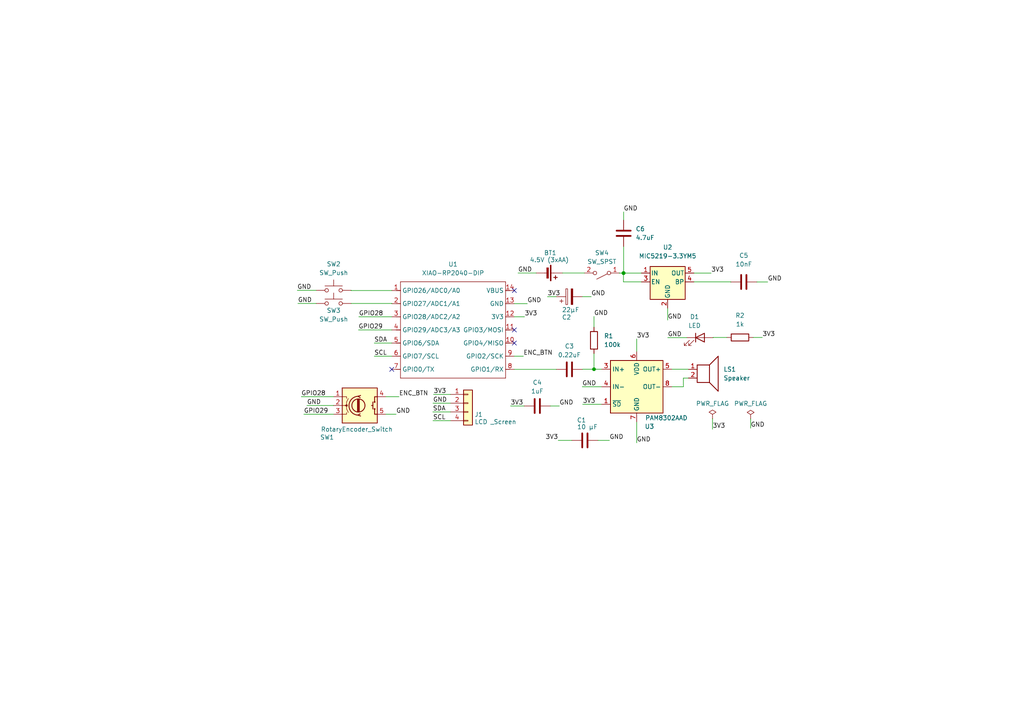
<source format=kicad_sch>
(kicad_sch (version 20250114) (generator "eeschema") (generator_version "9.0")
  (paper "A4")
  (lib_symbols
    (symbol "Amplifier_Audio:PAM8302AAD"
      (property "Reference" "U" (at 7.62 11.43 0))
      (property "Value" "PAM8302AAD" (at 7.62 8.89 0))
      (symbol "PAM8302AAD_0_1"
        (rectangle (start -7.62 7.62) (end 7.62 -7.62) (stroke (width 0.254)) (fill (type background)))
      )
      (symbol "PAM8302AAD_1_1"
        (pin input line (at -10.16 5.08 0) (length 2.54) (name "IN+") (number "3"))
        (pin input line (at -10.16 0 0) (length 2.54) (name "IN-") (number "4"))
        (pin input line (at -10.16 -5.08 0) (length 2.54) (name "~{SD}") (number "1"))
        (pin power_in line (at 0 10.16 270) (length 2.54) (name "VDD") (number "6"))
        (pin power_in line (at 0 -10.16 90) (length 2.54) (name "GND") (number "7"))
        (pin no_connect line (at 7.62 -5.08 180) (length 2.54) (hide yes) (name "NC") (number "2"))
        (pin output line (at 10.16 5.08 180) (length 2.54) (name "OUT+") (number "5"))
        (pin output line (at 10.16 0 180) (length 2.54) (name "OUT-") (number "8"))
      )
    )
    (symbol "Connector_Generic:Conn_01x04" (pin_names (offset 1.016) (hide yes))
      (property "Reference" "J" (at 0 5.08 0))
      (property "Value" "Conn_01x04" (at 0 -7.62 0))
      (symbol "Conn_01x04_1_1"
        (rectangle (start -1.27 3.81) (end 1.27 -6.35) (stroke (width 0.254)) (fill (type background)))
        (rectangle (start -1.27 2.667) (end 0 2.413) (stroke (width 0.1524)))
        (rectangle (start -1.27 0.127) (end 0 -0.127) (stroke (width 0.1524)))
        (rectangle (start -1.27 -2.413) (end 0 -2.667) (stroke (width 0.1524)))
        (rectangle (start -1.27 -4.953) (end 0 -5.207) (stroke (width 0.1524)))
        (pin passive line (at -5.08 2.54 0) (length 3.81) (name "Pin_1") (number "1"))
        (pin passive line (at -5.08 0 0) (length 3.81) (name "Pin_2") (number "2"))
        (pin passive line (at -5.08 -2.54 0) (length 3.81) (name "Pin_3") (number "3"))
        (pin passive line (at -5.08 -5.08 0) (length 3.81) (name "Pin_4") (number "4"))
      )
    )
    (symbol "Device:Battery_Cell" (pin_numbers (hide yes)) (pin_names (offset 0) (hide yes))
      (property "Reference" "BT" (at 2.54 2.54 0))
      (property "Value" "Battery_Cell" (at 2.54 0 0))
      (symbol "Battery_Cell_0_1"
        (rectangle (start -2.286 1.778) (end 2.286 1.524) (fill (type outline)))
        (rectangle (start -1.524 1.016) (end 1.524 0.508) (fill (type outline)))
        (polyline (pts (xy 0 1.778) (xy 0 2.54)))
        (polyline (pts (xy 0 0.762) (xy 0 0)))
        (polyline (pts (xy 0.762 3.048) (xy 1.778 3.048)) (stroke (width 0.254)))
        (polyline (pts (xy 1.27 3.556) (xy 1.27 2.54)) (stroke (width 0.254)))
      )
      (symbol "Battery_Cell_1_1"
        (pin passive line (at 0 5.08 270) (length 2.54) (name "+") (number "1"))
        (pin passive line (at 0 -2.54 90) (length 2.54) (name "-") (number "2"))
      )
    )
    (symbol "Device:C" (pin_numbers (hide yes)) (pin_names (offset 0.254))
      (property "Reference" "C" (at 0.635 2.54 0))
      (property "Value" "C" (at 0.635 -2.54 0))
      (symbol "C_0_1"
        (polyline (pts (xy -2.032 0.762) (xy 2.032 0.762)) (stroke (width 0.508)))
        (polyline (pts (xy -2.032 -0.762) (xy 2.032 -0.762)) (stroke (width 0.508)))
      )
      (symbol "C_1_1"
        (pin passive line (at 0 3.81 270) (length 2.794) (name "~") (number "1"))
        (pin passive line (at 0 -3.81 90) (length 2.794) (name "~") (number "2"))
      )
    )
    (symbol "Device:C_Polarized" (pin_numbers (hide yes)) (pin_names (offset 0.254))
      (property "Reference" "C" (at 0.635 2.54 0))
      (property "Value" "C_Polarized" (at 0.635 -2.54 0))
      (symbol "C_Polarized_0_1"
        (rectangle (start -2.286 0.508) (end 2.286 1.016))
        (polyline (pts (xy -1.778 2.286) (xy -0.762 2.286)))
        (polyline (pts (xy -1.27 2.794) (xy -1.27 1.778)))
        (rectangle (start 2.286 -0.508) (end -2.286 -1.016) (fill (type outline)))
      )
      (symbol "C_Polarized_1_1"
        (pin passive line (at 0 3.81 270) (length 2.794) (name "~") (number "1"))
        (pin passive line (at 0 -3.81 90) (length 2.794) (name "~") (number "2"))
      )
    )
    (symbol "Device:LED" (pin_numbers (hide yes)) (pin_names (offset 1.016) (hide yes))
      (property "Reference" "D" (at 0 2.54 0))
      (property "Value" "LED" (at 0 -2.54 0))
      (symbol "LED_0_1"
        (polyline (pts (xy -3.048 -0.762) (xy -4.572 -2.286) (xy -3.81 -2.286) (xy -4.572 -2.286) (xy -4.572 -1.524)))
        (polyline (pts (xy -1.778 -0.762) (xy -3.302 -2.286) (xy -2.54 -2.286) (xy -3.302 -2.286) (xy -3.302 -1.524)))
        (polyline (pts (xy -1.27 0) (xy 1.27 0)))
        (polyline (pts (xy -1.27 -1.27) (xy -1.27 1.27)) (stroke (width 0.254)))
        (polyline (pts (xy 1.27 -1.27) (xy 1.27 1.27) (xy -1.27 0) (xy 1.27 -1.27)) (stroke (width 0.254)))
      )
      (symbol "LED_1_1"
        (pin passive line (at -3.81 0 0) (length 2.54) (name "K") (number "1"))
        (pin passive line (at 3.81 0 180) (length 2.54) (name "A") (number "2"))
      )
    )
    (symbol "Device:R" (pin_numbers (hide yes)) (pin_names (offset 0))
      (property "Reference" "R" (at 2.032 0 90))
      (property "Value" "R" (at 0 0 90))
      (symbol "R_0_1"
        (rectangle (start -1.016 -2.54) (end 1.016 2.54) (stroke (width 0.254)))
      )
      (symbol "R_1_1"
        (pin passive line (at 0 3.81 270) (length 1.27) (name "~") (number "1"))
        (pin passive line (at 0 -3.81 90) (length 1.27) (name "~") (number "2"))
      )
    )
    (symbol "Device:RotaryEncoder_Switch" (pin_names (offset 0.254) (hide yes))
      (property "Reference" "SW1" (at -9.4666 -9.2248 0))
      (property "Value" "RotaryEncoder_Switch" (at -0.8424 -6.9149 0))
      (symbol "RotaryEncoder_Switch_0_1"
        (rectangle (start -5.08 5.08) (end 5.08 -5.08) (stroke (width 0.254)) (fill (type background)))
        (polyline (pts (xy -5.08 2.54) (xy -3.81 2.54) (xy -3.81 2.032)))
        (polyline (pts (xy -5.08 0) (xy -3.81 0) (xy -3.81 -1.016) (xy -3.302 -2.032)))
        (polyline (pts (xy -5.08 -2.54) (xy -3.81 -2.54) (xy -3.81 -2.032)))
        (polyline (pts (xy -4.318 0) (xy -3.81 0) (xy -3.81 1.016) (xy -3.302 2.032)))
        (circle (center -3.81 0) (radius 0.254) (fill (type outline)))
        (polyline (pts (xy -0.635 -1.778) (xy -0.635 1.778)) (stroke (width 0.254)))
        (circle (center -0.381 0) (radius 1.905) (stroke (width 0.254)))
        (polyline (pts (xy -0.381 -1.778) (xy -0.381 1.778)) (stroke (width 0.254)))
        (arc (start -0.381 -2.794) (mid -3.0988 -0.0635) (end -0.381 2.667) (stroke (width 0.254)))
        (polyline (pts (xy -0.127 1.778) (xy -0.127 -1.778)) (stroke (width 0.254)))
        (polyline (pts (xy 0.254 2.921) (xy -0.508 2.667) (xy 0.127 2.286)) (stroke (width 0.254)))
        (polyline (pts (xy 0.254 -3.048) (xy -0.508 -2.794) (xy 0.127 -2.413)) (stroke (width 0.254)))
        (polyline (pts (xy 3.81 1.016) (xy 3.81 -1.016)) (stroke (width 0.254)))
        (polyline (pts (xy 3.81 0) (xy 3.429 0)) (stroke (width 0.254)))
        (circle (center 4.318 1.016) (radius 0.127) (stroke (width 0.254)))
        (circle (center 4.318 -1.016) (radius 0.127) (stroke (width 0.254)))
        (polyline (pts (xy 5.08 2.54) (xy 4.318 2.54) (xy 4.318 1.016)) (stroke (width 0.254)))
        (polyline (pts (xy 5.08 -2.54) (xy 4.318 -2.54) (xy 4.318 -1.016)) (stroke (width 0.254)))
      )
      (symbol "RotaryEncoder_Switch_1_1"
        (pin passive line (at -7.62 2.54 0) (length 2.54) (name "A") (number "1"))
        (pin passive line (at -7.62 0 0) (length 2.54) (name "C") (number "2"))
        (pin passive line (at -7.62 -2.54 0) (length 2.54) (name "B") (number "3"))
        (pin passive line (at 7.62 2.54 180) (length 2.54) (name "S1") (number "4"))
        (pin passive line (at 7.62 -2.54 180) (length 2.54) (name "S2") (number "5"))
      )
    )
    (symbol "Device:Speaker" (pin_names (offset 0) (hide yes))
      (property "Reference" "LS" (at 1.27 5.715 0))
      (property "Value" "Speaker" (at 1.27 3.81 0))
      (symbol "Speaker_0_0"
        (rectangle (start -2.54 1.27) (end 1.016 -3.81) (stroke (width 0.254)))
        (polyline (pts (xy 1.016 1.27) (xy 3.556 3.81) (xy 3.556 -6.35) (xy 1.016 -3.81)) (stroke (width 0.254)))
      )
      (symbol "Speaker_1_1"
        (pin input line (at -5.08 0 0) (length 2.54) (name "1") (number "1"))
        (pin input line (at -5.08 -2.54 0) (length 2.54) (name "2") (number "2"))
      )
    )
    (symbol "Regulator_Linear:MIC5219-3.3YM5" (pin_names (offset 0.254))
      (property "Reference" "U" (at -3.81 5.715 0))
      (property "Value" "MIC5219-3.3YM5" (at 0 5.715 0))
      (symbol "MIC5219-3.3YM5_0_1"
        (rectangle (start -5.08 4.445) (end 5.08 -5.08) (stroke (width 0.254)) (fill (type background)))
      )
      (symbol "MIC5219-3.3YM5_1_1"
        (pin power_in line (at -7.62 2.54 0) (length 2.54) (name "IN") (number "1"))
        (pin input line (at -7.62 0 0) (length 2.54) (name "EN") (number "3"))
        (pin power_in line (at 0 -7.62 90) (length 2.54) (name "GND") (number "2"))
        (pin power_out line (at 7.62 2.54 180) (length 2.54) (name "OUT") (number "5"))
        (pin input line (at 7.62 0 180) (length 2.54) (name "BP") (number "4"))
      )
    )
    (symbol "Seeed_Studio_XIAO_Series:XIAO-RP2040-DIP"
      (property "Reference" "U" (at 0 0 0))
      (property "Value" "XIAO-RP2040-DIP" (at 5.334 -1.778 0))
      (symbol "XIAO-RP2040-DIP_1_0"
        (polyline (pts (xy -1.27 -2.54) (xy 29.21 -2.54)) (stroke (width 0.1524)))
        (polyline (pts (xy -1.27 -5.08) (xy -2.54 -5.08)) (stroke (width 0.1524)))
        (polyline (pts (xy -1.27 -5.08) (xy -1.27 -2.54)) (stroke (width 0.1524)))
        (polyline (pts (xy -1.27 -8.89) (xy -2.54 -8.89)) (stroke (width 0.1524)))
        (polyline (pts (xy -1.27 -8.89) (xy -1.27 -5.08)) (stroke (width 0.1524)))
        (polyline (pts (xy -1.27 -12.7) (xy -2.54 -12.7)) (stroke (width 0.1524)))
        (polyline (pts (xy -1.27 -12.7) (xy -1.27 -8.89)) (stroke (width 0.1524)))
        (polyline (pts (xy -1.27 -16.51) (xy -2.54 -16.51)) (stroke (width 0.1524)))
        (polyline (pts (xy -1.27 -16.51) (xy -1.27 -12.7)) (stroke (width 0.1524)))
        (polyline (pts (xy -1.27 -20.32) (xy -2.54 -20.32)) (stroke (width 0.1524)))
        (polyline (pts (xy -1.27 -24.13) (xy -2.54 -24.13)) (stroke (width 0.1524)))
        (polyline (pts (xy -1.27 -27.94) (xy -2.54 -27.94)) (stroke (width 0.1524)))
        (polyline (pts (xy -1.27 -30.48) (xy -1.27 -16.51)) (stroke (width 0.1524)))
        (polyline (pts (xy 29.21 -2.54) (xy 29.21 -5.08)) (stroke (width 0.1524)))
        (polyline (pts (xy 29.21 -5.08) (xy 29.21 -8.89)) (stroke (width 0.1524)))
        (polyline (pts (xy 29.21 -8.89) (xy 29.21 -12.7)) (stroke (width 0.1524)))
        (polyline (pts (xy 29.21 -12.7) (xy 29.21 -30.48)) (stroke (width 0.1524)))
        (polyline (pts (xy 29.21 -30.48) (xy -1.27 -30.48)) (stroke (width 0.1524)))
        (polyline (pts (xy 30.48 -5.08) (xy 29.21 -5.08)) (stroke (width 0.1524)))
        (polyline (pts (xy 30.48 -8.89) (xy 29.21 -8.89)) (stroke (width 0.1524)))
        (polyline (pts (xy 30.48 -12.7) (xy 29.21 -12.7)) (stroke (width 0.1524)))
        (polyline (pts (xy 30.48 -16.51) (xy 29.21 -16.51)) (stroke (width 0.1524)))
        (polyline (pts (xy 30.48 -20.32) (xy 29.21 -20.32)) (stroke (width 0.1524)))
        (polyline (pts (xy 30.48 -24.13) (xy 29.21 -24.13)) (stroke (width 0.1524)))
        (polyline (pts (xy 30.48 -27.94) (xy 29.21 -27.94)) (stroke (width 0.1524)))
        (pin passive line (at -3.81 -5.08 0) (length 2.54) (name "GPIO26/ADC0/A0") (number "1"))
        (pin passive line (at -3.81 -8.89 0) (length 2.54) (name "GPIO27/ADC1/A1") (number "2"))
        (pin passive line (at -3.81 -12.7 0) (length 2.54) (name "GPIO28/ADC2/A2") (number "3"))
        (pin passive line (at -3.81 -16.51 0) (length 2.54) (name "GPIO29/ADC3/A3") (number "4"))
        (pin passive line (at -3.81 -20.32 0) (length 2.54) (name "GPIO6/SDA") (number "5"))
        (pin passive line (at -3.81 -24.13 0) (length 2.54) (name "GPIO7/SCL") (number "6"))
        (pin passive line (at -3.81 -27.94 0) (length 2.54) (name "GPIO0/TX") (number "7"))
        (pin passive line (at 31.75 -5.08 180) (length 2.54) (name "VBUS") (number "14"))
        (pin passive line (at 31.75 -8.89 180) (length 2.54) (name "GND") (number "13"))
        (pin passive line (at 31.75 -12.7 180) (length 2.54) (name "3V3") (number "12"))
        (pin passive line (at 31.75 -16.51 180) (length 2.54) (name "GPIO3/MOSI") (number "11"))
        (pin passive line (at 31.75 -20.32 180) (length 2.54) (name "GPIO4/MISO") (number "10"))
        (pin passive line (at 31.75 -24.13 180) (length 2.54) (name "GPIO2/SCK") (number "9"))
        (pin passive line (at 31.75 -27.94 180) (length 2.54) (name "GPIO1/RX") (number "8"))
      )
    )
    (symbol "Switch:SW_Push" (pin_numbers (hide yes)) (pin_names (offset 1.016) (hide yes))
      (property "Reference" "SW" (at 1.27 2.54 0))
      (property "Value" "SW_Push" (at 0 -1.524 0))
      (symbol "SW_Push_0_1"
        (circle (center -2.032 0) (radius 0.508))
        (polyline (pts (xy 0 1.27) (xy 0 3.048)))
        (circle (center 2.032 0) (radius 0.508))
        (polyline (pts (xy 2.54 1.27) (xy -2.54 1.27)))
        (pin passive line (at -5.08 0 0) (length 2.54) (name "1") (number "1"))
        (pin passive line (at 5.08 0 180) (length 2.54) (name "2") (number "2"))
      )
    )
    (symbol "Switch:SW_SPST" (pin_names (offset 0) (hide yes))
      (property "Reference" "SW" (at 0 3.175 0))
      (property "Value" "SW_SPST" (at 0 -2.54 0))
      (symbol "SW_SPST_0_0"
        (circle (center -2.032 0) (radius 0.508))
        (polyline (pts (xy -1.524 0.254) (xy 1.524 1.778)))
        (circle (center 2.032 0) (radius 0.508))
      )
      (symbol "SW_SPST_1_1"
        (pin passive line (at -5.08 0 0) (length 2.54) (name "A") (number "1"))
        (pin passive line (at 5.08 0 180) (length 2.54) (name "B") (number "2"))
      )
    )
    (symbol "power:PWR_FLAG" (power) (pin_numbers (hide yes)) (pin_names (offset 0) (hide yes))
      (property "Value" "PWR_FLAG" (at 0 3.81 0))
      (symbol "PWR_FLAG_0_0"
        (pin power_out line (at 0 0 90) (length 0) (name "~") (number "1"))
      )
      (symbol "PWR_FLAG_0_1"
        (polyline (pts (xy 0 0) (xy 0 1.27) (xy -1.016 1.905) (xy 0 2.54) (xy 1.016 1.905) (xy 0 1.27)))
      )
    )
  )
  (junction (at 172.2809 107.0966))
  (junction (at 180.8797 79.2115))
  (junction (at 180.8326 79.2115))
  (no_connect (at 149.1796 99.5062))
  (no_connect (at 149.1796 84.2662))
  (no_connect (at 113.6196 107.1262))
  (no_connect (at 149.1796 95.6962))
  (wire (pts (xy 198.2101 112.1766) (xy 198.2101 109.6643)))
  (wire (pts (xy 184.6745 98.3072) (xy 184.6745 102.0166)))
  (wire (pts (xy 172.2809 102.5235) (xy 172.2809 107.0966)))
  (wire (pts (xy 161.3345 107.1262) (xy 161.3345 107.1277)))
  (wire (pts (xy 199.6742 107.0966) (xy 199.6742 107.1243)))
  (wire (pts (xy 194.8345 112.1766) (xy 198.2101 112.1766)))
  (wire (pts (xy 180.8797 79.2115) (xy 186.0267 79.2115)))
  (wire (pts (xy 193.6467 89.3715) (xy 193.6467 92.8357)))
  (wire (pts (xy 206.8449 97.8811) (xy 206.8449 97.9271)))
  (wire (pts (xy 193.6676 97.9271) (xy 199.2249 97.9271)))
  (wire (pts (xy 104.0752 91.8862) (xy 113.6196 91.8862)))
  (wire (pts (xy 180.8326 81.7515) (xy 180.8326 79.2115)))
  (wire (pts (xy 108.5396 103.3162) (xy 113.6196 103.3162)))
  (wire (pts (xy 111.9556 115.0687) (xy 115.7317 115.0687)))
  (wire (pts (xy 168.8697 112.1766) (xy 174.5145 112.1766)))
  (wire (pts (xy 86.2195 84.2057) (xy 91.7004 84.2057)))
  (wire (pts (xy 180.8326 79.2115) (xy 180.8797 79.2115)))
  (wire (pts (xy 159.6421 117.7559) (xy 162.2442 117.7559)))
  (wire (pts (xy 219.5407 81.7844) (xy 222.6698 81.7844)))
  (wire (pts (xy 194.8345 107.0966) (xy 199.6742 107.0966)))
  (wire (pts (xy 113.6196 88.0157) (xy 113.6196 88.0762)))
  (wire (pts (xy 113.6196 84.2662) (xy 101.8604 84.2662)))
  (wire (pts (xy 149.1796 107.1262) (xy 161.3345 107.1262)))
  (wire (pts (xy 206.6585 121.4512) (xy 206.6585 124.4945)))
  (wire (pts (xy 168.9545 107.0966) (xy 168.9545 107.1277)))
  (wire (pts (xy 149.1796 91.8862) (xy 152.1406 91.8862)))
  (wire (pts (xy 172.2809 107.0966) (xy 174.5145 107.0966)))
  (wire (pts (xy 186.0267 81.7515) (xy 180.8326 81.7515)))
  (wire (pts (xy 86.4017 88.0157) (xy 91.7004 88.0157)))
  (wire (pts (xy 87.3815 115.0687) (xy 96.7156 115.0687)))
  (wire (pts (xy 172.2809 91.7821) (xy 172.2809 94.9035)))
  (wire (pts (xy 210.8191 97.8811) (xy 206.8449 97.8811)))
  (wire (pts (xy 201.2667 79.2115) (xy 206.2576 79.2115)))
  (wire (pts (xy 149.1796 103.3162) (xy 151.8069 103.3162)))
  (wire (pts (xy 108.5396 99.5062) (xy 113.6196 99.5062)))
  (wire (pts (xy 103.9656 95.6962) (xy 113.6196 95.6962)))
  (wire (pts (xy 125.7326 114.3983) (xy 130.6608 114.3983)))
  (wire (pts (xy 201.2667 81.7515) (xy 211.9207 81.7515)))
  (wire (pts (xy 125.5823 116.9383) (xy 130.6608 116.9383)))
  (wire (pts (xy 180.8797 61.4619) (xy 180.8797 63.8557)))
  (wire (pts (xy 184.6745 122.3366) (xy 184.6745 128.4477)))
  (wire (pts (xy 150.2499 79.1862) (xy 155.5296 79.1862)))
  (wire (pts (xy 125.5322 119.4783) (xy 130.6608 119.4783)))
  (wire (pts (xy 88.1266 120.1487) (xy 96.7156 120.1487)))
  (wire (pts (xy 149.1796 88.0762) (xy 152.9456 88.0762)))
  (wire (pts (xy 89.0256 117.6087) (xy 96.7156 117.6087)))
  (wire (pts (xy 101.8604 84.2662) (xy 101.8604 84.2057)))
  (wire (pts (xy 218.4391 97.8811) (xy 221.1065 97.8811)))
  (wire (pts (xy 163.1496 79.1862) (xy 169.4996 79.1862)))
  (wire (pts (xy 168.9993 117.2566) (xy 174.5145 117.2566)))
  (wire (pts (xy 211.9207 81.7515) (xy 211.9207 81.7844)))
  (wire (pts (xy 158.7843 86.0517) (xy 161.3243 86.0517)))
  (wire (pts (xy 180.8797 71.4757) (xy 180.8797 79.2115)))
  (wire (pts (xy 148.0707 117.7559) (xy 152.0221 117.7559)))
  (wire (pts (xy 180.8326 79.2115) (xy 179.6596 79.2115)))
  (wire (pts (xy 101.8604 88.0157) (xy 113.6196 88.0157)))
  (wire (pts (xy 217.7137 121.5133) (xy 217.7137 124.1839)))
  (wire (pts (xy 111.9556 120.1487) (xy 114.892 120.1487)))
  (wire (pts (xy 173.4469 127.7332) (xy 176.7699 127.7332)))
  (wire (pts (xy 171.4843 86.0517) (xy 168.9443 86.0517)))
  (wire (pts (xy 161.8996 127.7332) (xy 165.8269 127.7332)))
  (wire (pts (xy 198.2101 109.6643) (xy 199.6742 109.6643)))
  (wire (pts (xy 168.9545 107.0966) (xy 172.2809 107.0966)))
  (wire (pts (xy 125.5823 122.0183) (xy 130.6608 122.0183)))
  (wire (pts (xy 179.6596 79.2115) (xy 179.6596 79.1862)))
  (label "GND" (at 152.9456 88.0762 0))
  (label "GND" (at 168.8697 112.1766 0))
  (label "GND" (at 193.6676 97.9271 0))
  (label "GND" (at 162.2442 117.7559 0))
  (label "3V3" (at 148.0707 117.7559 0))
  (label "SDA" (at 108.5396 99.5062 0))
  (label "SDA" (at 125.5322 119.4783 0))
  (label "GPIO29" (at 88.1266 120.1487 0))
  (label "GND" (at 150.2499 79.1862 0))
  (label "3V3" (at 221.1065 97.8811 0))
  (label "3V3" (at 206.2576 79.2115 0))
  (label "GPIO28" (at 87.3815 115.0687 0))
  (label "3V3" (at 184.6745 98.3072 0))
  (label "SCL" (at 108.5396 103.3162 0))
  (label "GND" (at 172.2809 91.7821 0))
  (label "GND" (at 217.7137 124.1839 0))
  (label "GND" (at 114.892 120.1487 0))
  (label "GND" (at 171.4843 86.0517 0))
  (label "3V3" (at 161.8996 127.7332 180))
  (label "GND" (at 180.8797 61.4619 0))
  (label "GND" (at 193.6467 92.8357 0))
  (label "3V3" (at 152.1406 91.8862 0))
  (label "GND" (at 125.5823 116.9383 0))
  (label "GND" (at 222.6698 81.7844 0))
  (label "GND" (at 86.4017 88.0157 0))
  (label "GND" (at 184.6745 128.4477 0))
  (label "GPIO28" (at 104.0752 91.8862 0))
  (label "3V3" (at 158.7843 86.0517 0))
  (label "GND" (at 89.0256 117.6087 0))
  (label "3V3" (at 168.9993 117.2566 0))
  (label "SCL" (at 125.5823 122.0183 0))
  (label "3V3" (at 125.7326 114.3983 0))
  (label "ENC_BTN" (at 115.7317 115.0687 0))
  (label "ENC_BTN" (at 151.8069 103.3162 0))
  (label "GPIO29" (at 103.9656 95.6962 0))
  (label "GND" (at 176.7699 127.7332 0))
  (label "GND" (at 86.2195 84.2057 0))
  (label "3V3" (at 206.6585 124.4945 0))
  (symbol (lib_id "power:PWR_FLAG") (at 206.6585 121.4512 0) (unit 1)
    (property "Reference" "#FLG01" (effects (hide yes)))
    (property "Value" "PWR_FLAG" (at 206.6585 117.0547 0))
    (property "Description" "Special symbol for telling ERC where power comes from" (effects (hide yes)))
  )
  (symbol (lib_id "Device:C") (at 180.8797 67.6657 0) (unit 1)
    (property "Reference" "C6" (at 184.3601 66.3956 0) (effects (justify left)))
    (property "Value" "4.7uF" (at 184.3601 68.9356 0) (effects (justify left)))
    (property "Footprint" "Capacitor_SMD:C_0805_2012Metric_Pad1.18x1.45mm_HandSolder" (effects (hide yes)))
    (property "Description" "Unpolarized capacitor" (effects (hide yes)))
  )
  (symbol (lib_id "Device:Battery_Cell") (at 158.0696 79.1862 270) (unit 1)
    (property "Reference" "BT1" (at 159.5936 73.3442 90))
    (property "Value" "4.5V (3xAA)" (at 159.3396 75.3762 90))
    (property "Footprint" "Connector_JST:JST_PH_B2B-PH-K_1x02_P2.00mm_Vertical" (effects (hide yes)))
    (property "Description" "Single-cell battery" (effects (hide yes)))
  )
  (symbol (lib_id "power:PWR_FLAG") (at 217.7137 121.5133 0) (unit 1)
    (property "Reference" "#FLG02" (effects (hide yes)))
    (property "Value" "PWR_FLAG" (at 217.7137 117.0547 0))
    (property "Description" "Special symbol for telling ERC where power comes from" (effects (hide yes)))
  )
  (symbol (lib_id "Regulator_Linear:MIC5219-3.3YM5") (at 193.6467 81.7515 0) (unit 1)
    (property "Reference" "U2" (at 193.6467 71.7217 0))
    (property "Value" "MIC5219-3.3YM5" (at 193.6467 74.2617 0))
    (property "Footprint" "Package_TO_SOT_SMD:SOT-23-5" (effects (hide yes)))
    (property "Datasheet" "http://ww1.microchip.com/downloads/en/DeviceDoc/MIC5219-500mA-Peak-Output-LDO-Regulator-DS20006021A.pdf" (effects (hide yes)))
    (property "Description" "500mA low dropout linear regulator, fixed 3.3V output, SOT-23-5" (effects (hide yes)))
  )
  (symbol (lib_id "Device:C") (at 165.1445 107.1277 90) (unit 1)
    (property "Reference" "C3" (at 165.1445 100.4156 90))
    (property "Value" "0.22uF" (at 165.1445 102.9556 90))
    (property "Footprint" "Capacitor_SMD:C_0805_2012Metric_Pad1.18x1.45mm_HandSolder" (effects (hide yes)))
    (property "Description" "Unpolarized capacitor" (effects (hide yes)))
  )
  (symbol (lib_id "Connector_Generic:Conn_01x04") (at 135.7408 116.9383 0) (unit 1)
    (property "Reference" "J1" (at 138.8406 120.2286 0))
    (property "Value" "LCD _Screen" (at 143.7175 122.3567 0))
    (property "Footprint" "Connector_PinHeader_2.54mm:PinHeader_1x04_P2.54mm_Vertical" (effects (hide yes)))
    (property "Description" "Generic connector, single row, 01x04, script generated (kicad-library-utils/schlib/autogen/connector/)" (effects (hide yes)))
  )
  (symbol (lib_id "Device:C_Polarized") (at 165.1343 86.0517 90) (unit 1)
    (property "Reference" "C2" (at 162.9753 92.0207 90) (effects (justify right)))
    (property "Value" "22µF" (at 162.9754 89.8617 90) (effects (justify right)))
    (property "Footprint" "Capacitor_SMD:C_0805_2012Metric_Pad1.18x1.45mm_HandSolder" (effects (hide yes)))
    (property "Description" "Polarized capacitor" (effects (hide yes)))
  )
  (symbol (lib_id "Switch:SW_Push") (at 96.7804 84.2057 0) (unit 1)
    (property "Reference" "SW2" (at 96.7804 76.5857 0))
    (property "Value" "SW_Push" (at 96.7804 79.1257 0))
    (property "Footprint" "Connector_JST:JST_PH_B2B-PH-K_1x02_P2.00mm_Vertical" (effects (hide yes)))
    (property "Description" "Push button switch, generic, two pins" (effects (hide yes)))
  )
  (symbol (lib_id "Switch:SW_Push") (at 96.7804 88.0157 0) (unit 1)
    (property "Reference" "SW3" (at 96.7804 90.0477 0))
    (property "Value" "SW_Push" (at 96.7804 92.5877 0))
    (property "Footprint" "Button_Switch_THT:SW_PUSH_6mm" (effects (hide yes)))
    (property "Description" "Push button switch, generic, two pins" (effects (hide yes)))
  )
  (symbol (lib_id "Device:R") (at 172.2809 98.7135 0) (unit 1)
    (property "Reference" "R1" (at 175.1737 97.4434 0) (effects (justify left)))
    (property "Value" "100k" (at 175.1737 99.9834 0) (effects (justify left)))
    (property "Footprint" "Resistor_SMD:R_0805_2012Metric_Pad1.20x1.40mm_HandSolder" (effects (hide yes)))
    (property "Description" "Resistor" (effects (hide yes)))
  )
  (symbol (lib_id "Device:LED") (at 203.0349 97.9271 0) (unit 1)
    (property "Reference" "D1" (at 201.4474 91.8862 0))
    (property "Value" "LED" (at 201.4474 94.4262 0))
    (property "Footprint" "LED_SMD:LED_0805_2012Metric_Pad1.15x1.40mm_HandSolder" (effects (hide yes)))
    (property "Description" "Light emitting diode, power indicator" (effects (hide yes)))
    (property "Sim.Pins" "1=K 2=A" (effects (hide yes)))
  )
  (symbol (lib_id "Switch:SW_SPST") (at 174.5796 79.1862 180) (unit 1)
    (property "Reference" "SW4" (at 174.5796 73.3442 0))
    (property "Value" "SW_SPST" (at 174.5796 75.8842 0))
    (property "Footprint" "Button_Switch_SMD:SW_SPDT_PCM12" (effects (hide yes)))
    (property "Description" "Single Pole Single Throw (SPST) switch" (effects (hide yes)))
  )
  (symbol (lib_id "Device:C") (at 215.7307 81.7844 90) (unit 1)
    (property "Reference" "C5" (at 215.7307 74.1062 90))
    (property "Value" "10nF" (at 215.7307 76.6462 90))
    (property "Footprint" "Capacitor_SMD:C_0805_2012Metric_Pad1.18x1.45mm_HandSolder" (effects (hide yes)))
    (property "Description" "Unpolarized capacitor" (effects (hide yes)))
  )
  (symbol (lib_id "Device:Speaker") (at 204.7542 107.1243 0) (unit 1)
    (property "Reference" "LS1" (at 209.8342 107.1242 0) (effects (justify left)))
    (property "Value" "Speaker" (at 209.8342 109.6642 0) (effects (justify left)))
    (property "Footprint" "Connector_JST:JST_PH_B2B-PH-K_1x02_P2.00mm_Vertical" (effects (hide yes)))
    (property "Description" "Speaker" (effects (hide yes)))
  )
  (symbol (lib_id "Seeed_Studio_XIAO_Series:XIAO-RP2040-DIP") (at 117.4296 79.1862 0) (unit 1)
    (property "Reference" "U1" (at 131.3996 76.6462 0))
    (property "Value" "XIAO-RP2040-DIP" (at 131.3996 79.1862 0))
    (property "Footprint" "KiCad:XIAO-RP2040-DIP" (effects (hide yes)))
  )
  (symbol (lib_id "Device:R") (at 214.6291 97.8811 90) (unit 1)
    (property "Reference" "R2" (at 214.6291 91.5057 90))
    (property "Value" "1k" (at 214.6291 94.0457 90))
    (property "Footprint" "Resistor_SMD:R_0805_2012Metric_Pad1.20x1.40mm_HandSolder" (effects (hide yes)))
    (property "Description" "Resistor" (effects (hide yes)))
  )
  (symbol (lib_id "Device:C") (at 169.6369 127.7332 90) (unit 1)
    (property "Reference" "C1" (at 170.0197 121.8533 90) (effects (justify left)))
    (property "Value" "10 µF" (at 173.3753 123.8241 90) (effects (justify left)))
    (property "Footprint" "Capacitor_SMD:C_0805_2012Metric_Pad1.18x1.45mm_HandSolder" (effects (hide yes)))
    (property "Description" "Unpolarized capacitor" (effects (hide yes)))
  )
  (symbol (lib_id "Device:C") (at 155.8321 117.7559 90) (unit 1)
    (property "Reference" "C4" (at 155.8321 110.9362 90))
    (property "Value" "1uF" (at 155.8321 113.4762 90))
    (property "Footprint" "Capacitor_SMD:C_0805_2012Metric_Pad1.18x1.45mm_HandSolder" (effects (hide yes)))
    (property "Description" "Unpolarized capacitor" (effects (hide yes)))
  )
  (symbol (lib_id "Amplifier_Audio:PAM8302AAD") (at 184.6745 112.1766 0) (unit 1)
    (property "Reference" "U3" (at 188.3756 123.6974 0))
    (property "Value" "PAM8302AAD" (at 193.2902 121.2261 0))
    (property "Footprint" "Package_SO:SOIC-8_3.9x4.9mm_P1.27mm" (effects (hide yes)))
    (property "Datasheet" "https://www.diodes.com/assets/Datasheets/PAM8302A.pdf" (effects (hide yes)))
    (property "Description" "2.5W Filterless Class-D Mono Audio Amplifier, SOIC-8" (effects (hide yes)))
  )
  (symbol (lib_id "Device:RotaryEncoder_Switch") (at 104.3356 117.6087 0) (unit 1)
    (property "Reference" "SW1" (at 94.869 126.8335 0))
    (property "Value" "RotaryEncoder_Switch" (at 103.4932 124.5236 0))
    (property "Footprint" "Connector_JST:JST_PH_B5B-PH-K_1x05_P2.00mm_Vertical" (effects (hide yes)))
    (property "Description" "Rotary encoder, dual channel, incremental quadrate outputs, with switch" (effects (hide yes)))
  )
)
</source>
